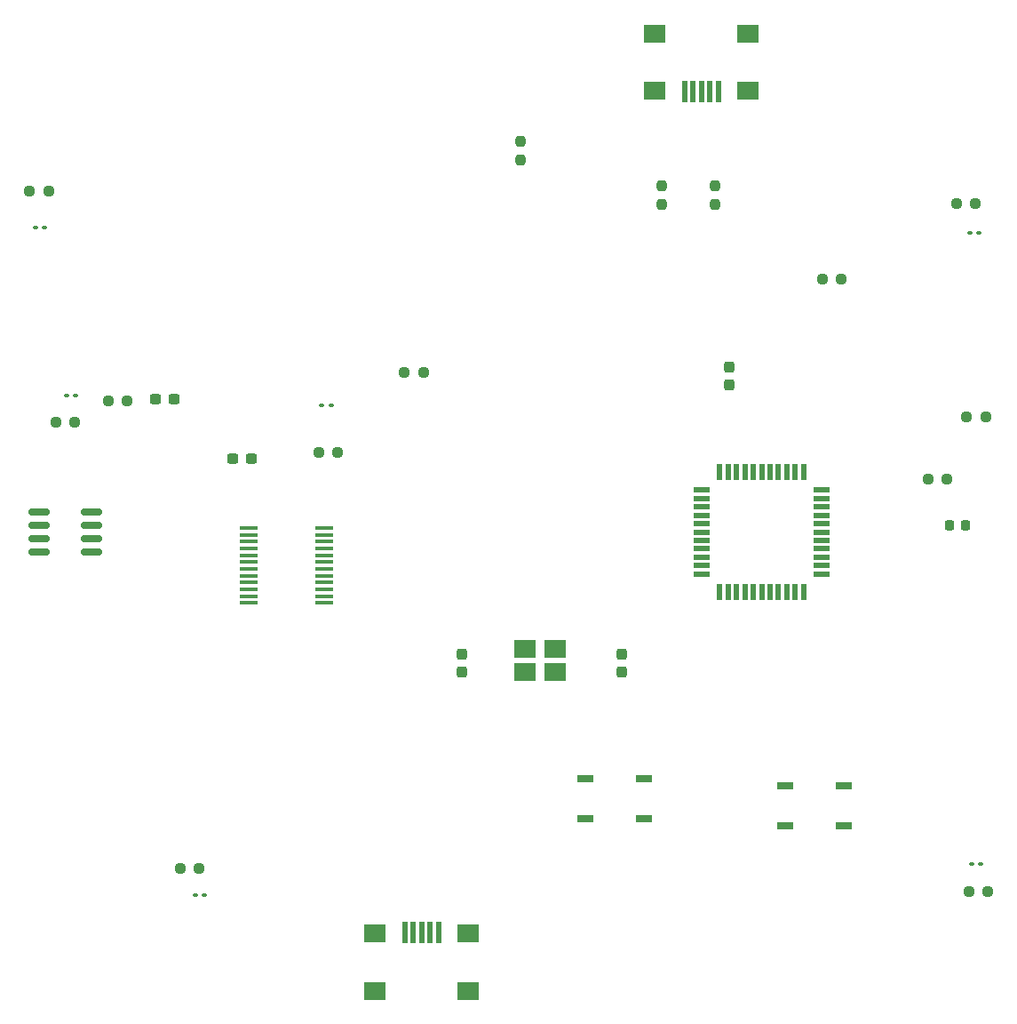
<source format=gtp>
G04 #@! TF.GenerationSoftware,KiCad,Pcbnew,7.0.7*
G04 #@! TF.CreationDate,2024-04-23T20:33:32+02:00*
G04 #@! TF.ProjectId,SE3-pad,5345332d-7061-4642-9e6b-696361645f70,rev?*
G04 #@! TF.SameCoordinates,Original*
G04 #@! TF.FileFunction,Paste,Top*
G04 #@! TF.FilePolarity,Positive*
%FSLAX46Y46*%
G04 Gerber Fmt 4.6, Leading zero omitted, Abs format (unit mm)*
G04 Created by KiCad (PCBNEW 7.0.7) date 2024-04-23 20:33:32*
%MOMM*%
%LPD*%
G01*
G04 APERTURE LIST*
G04 Aperture macros list*
%AMRoundRect*
0 Rectangle with rounded corners*
0 $1 Rounding radius*
0 $2 $3 $4 $5 $6 $7 $8 $9 X,Y pos of 4 corners*
0 Add a 4 corners polygon primitive as box body*
4,1,4,$2,$3,$4,$5,$6,$7,$8,$9,$2,$3,0*
0 Add four circle primitives for the rounded corners*
1,1,$1+$1,$2,$3*
1,1,$1+$1,$4,$5*
1,1,$1+$1,$6,$7*
1,1,$1+$1,$8,$9*
0 Add four rect primitives between the rounded corners*
20,1,$1+$1,$2,$3,$4,$5,0*
20,1,$1+$1,$4,$5,$6,$7,0*
20,1,$1+$1,$6,$7,$8,$9,0*
20,1,$1+$1,$8,$9,$2,$3,0*%
G04 Aperture macros list end*
%ADD10RoundRect,0.150000X-0.825000X-0.150000X0.825000X-0.150000X0.825000X0.150000X-0.825000X0.150000X0*%
%ADD11RoundRect,0.237500X-0.237500X0.300000X-0.237500X-0.300000X0.237500X-0.300000X0.237500X0.300000X0*%
%ADD12RoundRect,0.237500X0.237500X-0.300000X0.237500X0.300000X-0.237500X0.300000X-0.237500X-0.300000X0*%
%ADD13RoundRect,0.218750X0.218750X0.256250X-0.218750X0.256250X-0.218750X-0.256250X0.218750X-0.256250X0*%
%ADD14RoundRect,0.237500X-0.250000X-0.237500X0.250000X-0.237500X0.250000X0.237500X-0.250000X0.237500X0*%
%ADD15RoundRect,0.237500X-0.237500X0.250000X-0.237500X-0.250000X0.237500X-0.250000X0.237500X0.250000X0*%
%ADD16R,0.550000X1.500000*%
%ADD17R,1.500000X0.550000*%
%ADD18R,1.524000X0.762000*%
%ADD19R,2.100000X1.800000*%
%ADD20RoundRect,0.237500X0.237500X-0.250000X0.237500X0.250000X-0.237500X0.250000X-0.237500X-0.250000X0*%
%ADD21RoundRect,0.090000X-0.139000X-0.090000X0.139000X-0.090000X0.139000X0.090000X-0.139000X0.090000X0*%
%ADD22RoundRect,0.237500X-0.300000X-0.237500X0.300000X-0.237500X0.300000X0.237500X-0.300000X0.237500X0*%
%ADD23R,0.500000X2.000000*%
%ADD24R,2.000000X1.700000*%
%ADD25R,1.750000X0.450000*%
G04 APERTURE END LIST*
D10*
X90525000Y-92095000D03*
X90525000Y-93365000D03*
X90525000Y-94635000D03*
X90525000Y-95905000D03*
X95475000Y-95905000D03*
X95475000Y-94635000D03*
X95475000Y-93365000D03*
X95475000Y-92095000D03*
D11*
X146050000Y-105590000D03*
X146050000Y-107315000D03*
D12*
X130810000Y-107315000D03*
X130810000Y-105590000D03*
X156337000Y-79983500D03*
X156337000Y-78258500D03*
D13*
X178837500Y-93350000D03*
X177262500Y-93350000D03*
D14*
X165180000Y-69850000D03*
X167005000Y-69850000D03*
D15*
X136398000Y-56722000D03*
X136398000Y-58547000D03*
D14*
X175260000Y-88900000D03*
X177085000Y-88900000D03*
D16*
X163400000Y-88280000D03*
X162600000Y-88280000D03*
X161800000Y-88280000D03*
X161000000Y-88280000D03*
X160200000Y-88280000D03*
X159400000Y-88280000D03*
X158600000Y-88280000D03*
X157800000Y-88280000D03*
X157000000Y-88280000D03*
X156200000Y-88280000D03*
X155400000Y-88280000D03*
D17*
X153700000Y-89980000D03*
X153700000Y-90780000D03*
X153700000Y-91580000D03*
X153700000Y-92380000D03*
X153700000Y-93180000D03*
X153700000Y-93980000D03*
X153700000Y-94780000D03*
X153700000Y-95580000D03*
X153700000Y-96380000D03*
X153700000Y-97180000D03*
X153700000Y-97980000D03*
D16*
X155400000Y-99680000D03*
X156200000Y-99680000D03*
X157000000Y-99680000D03*
X157800000Y-99680000D03*
X158600000Y-99680000D03*
X159400000Y-99680000D03*
X160200000Y-99680000D03*
X161000000Y-99680000D03*
X161800000Y-99680000D03*
X162600000Y-99680000D03*
X163400000Y-99680000D03*
D17*
X165100000Y-97980000D03*
X165100000Y-97180000D03*
X165100000Y-96380000D03*
X165100000Y-95580000D03*
X165100000Y-94780000D03*
X165100000Y-93980000D03*
X165100000Y-93180000D03*
X165100000Y-92380000D03*
X165100000Y-91580000D03*
X165100000Y-90780000D03*
X165100000Y-89980000D03*
D18*
X148209000Y-121285000D03*
X142621000Y-121285000D03*
X148209000Y-117475000D03*
X142621000Y-117475000D03*
X167259000Y-121920000D03*
X161671000Y-121920000D03*
X167259000Y-118110000D03*
X161671000Y-118110000D03*
D19*
X136800000Y-107315000D03*
X139700000Y-107315000D03*
X139700000Y-105115000D03*
X136800000Y-105115000D03*
D14*
X178950000Y-83000000D03*
X180775000Y-83000000D03*
D20*
X154940000Y-62785000D03*
X154940000Y-60960000D03*
X149860000Y-62785000D03*
X149860000Y-60960000D03*
D14*
X177937500Y-62650000D03*
X179762500Y-62650000D03*
D21*
X117475000Y-81915000D03*
X118340000Y-81915000D03*
D14*
X92087500Y-83500000D03*
X93912500Y-83500000D03*
X89587500Y-61500000D03*
X91412500Y-61500000D03*
D21*
X90135000Y-65000000D03*
X91000000Y-65000000D03*
X105417500Y-128550000D03*
X106282500Y-128550000D03*
D14*
X179137500Y-128200000D03*
X180962500Y-128200000D03*
D21*
X93135000Y-81000000D03*
X94000000Y-81000000D03*
D14*
X125325000Y-78740000D03*
X127150000Y-78740000D03*
X97087500Y-81500000D03*
X98912500Y-81500000D03*
D22*
X101637500Y-81280000D03*
X103362500Y-81280000D03*
D23*
X155270000Y-52035000D03*
X154470000Y-52035000D03*
X153670000Y-52035000D03*
X152870000Y-52035000D03*
X152070000Y-52035000D03*
D24*
X158120000Y-51935000D03*
X158120000Y-46485000D03*
X149220000Y-51935000D03*
X149220000Y-46485000D03*
D21*
X179432500Y-125600000D03*
X180297500Y-125600000D03*
X179232500Y-65500000D03*
X180097500Y-65500000D03*
D23*
X125400000Y-132115000D03*
X126200000Y-132115000D03*
X127000000Y-132115000D03*
X127800000Y-132115000D03*
X128600000Y-132115000D03*
D24*
X122550000Y-132215000D03*
X122550000Y-137665000D03*
X131450000Y-132215000D03*
X131450000Y-137665000D03*
D14*
X117150000Y-86360000D03*
X118975000Y-86360000D03*
D22*
X108995000Y-86995000D03*
X110720000Y-86995000D03*
D14*
X103937500Y-126000000D03*
X105762500Y-126000000D03*
D25*
X110490000Y-93580000D03*
X110490000Y-94230000D03*
X110490000Y-94880000D03*
X110490000Y-95530000D03*
X110490000Y-96180000D03*
X110490000Y-96830000D03*
X110490000Y-97480000D03*
X110490000Y-98130000D03*
X110490000Y-98780000D03*
X110490000Y-99430000D03*
X110490000Y-100080000D03*
X110490000Y-100730000D03*
X117690000Y-100730000D03*
X117690000Y-100080000D03*
X117690000Y-99430000D03*
X117690000Y-98780000D03*
X117690000Y-98130000D03*
X117690000Y-97480000D03*
X117690000Y-96830000D03*
X117690000Y-96180000D03*
X117690000Y-95530000D03*
X117690000Y-94880000D03*
X117690000Y-94230000D03*
X117690000Y-93580000D03*
M02*

</source>
